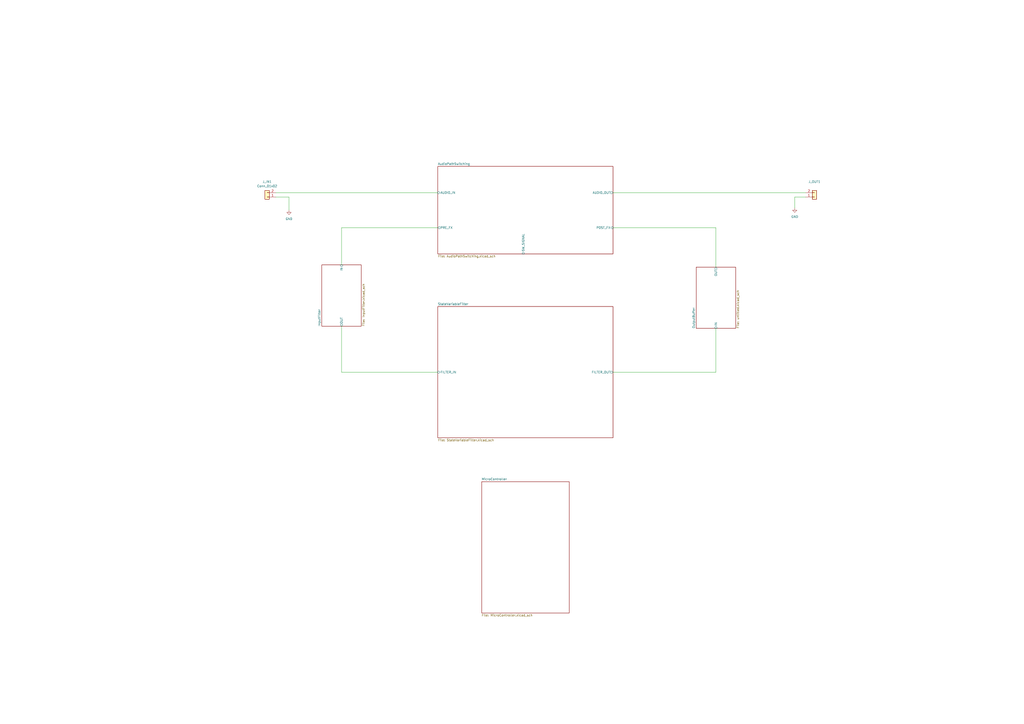
<source format=kicad_sch>
(kicad_sch (version 20211123) (generator eeschema)
  (paper "A2")
  (lib_symbols
    (symbol "Connector_Generic:Conn_01x02" (pin_names (offset 1.016) hide)
      (property "Reference" "J" (at 0 2.54 0))
      (property "Value" "Conn_01x02" (at 0 -5.08 0))
      (symbol "Conn_01x02_1_1"
        (rectangle (start -1.27 -2.413) (end 0 -2.667) (stroke (width 0.1524)))
        (rectangle (start -1.27 0.127) (end 0 -0.127) (stroke (width 0.1524)))
        (rectangle (start -1.27 1.27) (end 1.27 -3.81) (stroke (width 0.254)) (fill (type background)))
        (pin passive line (at -5.08 0 0) (length 3.81) (name "Pin_1") (number "1"))
        (pin passive line (at -5.08 -2.54 0) (length 3.81) (name "Pin_2") (number "2"))
      )
    )
    (symbol "power:GND" (power) (pin_names (offset 0))
      (property "Value" "GND" (at 0 -3.81 0))
      (symbol "GND_0_1"
        (polyline (pts (xy 0 0) (xy 0 -1.27) (xy 1.27 -1.27) (xy 0 -2.54) (xy -1.27 -1.27) (xy 0 -1.27)))
      )
      (symbol "GND_1_1"
        (pin power_in line (at 0 0 270) (length 0) hide (name "GND") (number "1"))
      )
    )
  )
  (wire (pts (xy 461.01 114.3) (xy 461.01 120.65)))
  (wire (pts (xy 467.36 114.3) (xy 461.01 114.3)))
  (wire (pts (xy 198.12 132.08) (xy 198.12 153.67)))
  (wire (pts (xy 198.12 215.9) (xy 254 215.9)))
  (wire (pts (xy 415.29 190.5) (xy 415.29 215.9)))
  (wire (pts (xy 415.29 154.94) (xy 415.29 132.08)))
  (wire (pts (xy 198.12 132.08) (xy 254 132.08)))
  (wire (pts (xy 167.64 114.3) (xy 167.64 121.92)))
  (wire (pts (xy 198.12 189.23) (xy 198.12 215.9)))
  (wire (pts (xy 355.6 132.08) (xy 415.29 132.08)))
  (wire (pts (xy 355.6 215.9) (xy 415.29 215.9)))
  (wire (pts (xy 160.02 111.76) (xy 254 111.76)))
  (wire (pts (xy 355.6 111.76) (xy 467.36 111.76)))
  (wire (pts (xy 160.02 114.3) (xy 167.64 114.3)))
  (symbol (lib_id "Connector_Generic:Conn_01x02") (at 472.44 114.3 0) (mirror x) (unit 1)
    (property "Reference" "J_OUT1" (at 472.44 105.41 0))
    (property "Value" "Conn_01x02" (effects hide))
    (property "Footprint" "Connector_PinHeader_2.54mm:PinHeader_1x02_P2.54mm_Vertical" (effects hide))
  )
  (symbol (lib_id "power:GND") (at 167.64 121.92 0) (unit 1)
    (property "Reference" "#PWR?" (effects hide))
    (property "Value" "GND" (at 167.64 127 0))
  )
  (symbol (lib_id "power:GND") (at 461.01 120.65 0) (unit 1)
    (property "Reference" "#PWR?" (effects hide))
    (property "Value" "GND" (at 461.01 125.73 0))
  )
  (symbol (lib_id "Connector_Generic:Conn_01x02") (at 154.94 114.3 180) (unit 1)
    (property "Reference" "J_IN1" (at 154.94 105.41 0))
    (property "Value" "Conn_01x02" (at 154.94 107.95 0))
    (property "Footprint" "Connector_PinHeader_2.54mm:PinHeader_1x02_P2.54mm_Vertical" (effects hide))
  )
  (sheet (at 254 177.8) (size 101.6 76.2) (stroke (width 0.1524))
    (property "Sheet name" "StateVariableFilter" (at 254 177.0884 0) (effects (justify left bottom)))
    (property "Sheet file" "StateVariableFilter.kicad_sch" (at 254 254.5846 0) (effects (justify left top)))
    (pin "FILTER_OUT" output (at 355.6 215.9 0))
    (pin "FILTER_IN" input (at 254 215.9 180))
  )
  (sheet (at 403.86 154.94) (size 22.86 35.56) (stroke (width 0.1524))
    (property "Sheet name" "OutputBuffer" (at 403.1484 190.5 90) (effects (justify left bottom)))
    (property "Sheet file" "untitled.kicad_sch" (at 427.3046 190.5 90) (effects (justify left top)))
    (pin "OUT" output (at 415.29 154.94 90))
    (pin "IN" input (at 415.29 190.5 270))
  )
  (sheet (at 254 96.52) (size 101.6 50.8) (stroke (width 0.1524))
    (property "Sheet name" "AudioPathSwitching" (at 254 95.8084 0) (effects (justify left bottom)))
    (property "Sheet file" "AudioPathSwitching.kicad_sch" (at 254 147.9046 0) (effects (justify left top)))
    (pin "AUDIO_OUT" output (at 355.6 111.76 0))
    (pin "SW_SIGNAL" input (at 303.53 147.32 270))
    (pin "AUDIO_IN" input (at 254 111.76 180))
    (pin "PRE_FX" output (at 254 132.08 180))
    (pin "POST_FX" input (at 355.6 132.08 0))
  )
  (sheet (at 279.4 279.4) (size 50.8 76.2) (stroke (width 0.1524))
    (property "Sheet name" "MicroController" (at 279.4 278.6884 0) (effects (justify left bottom)))
    (property "Sheet file" " MicroController.kicad_sch" (at 279.4 356.1846 0) (effects (justify left top)))
  )
  (sheet (at 186.69 153.67) (size 22.86 35.56) (stroke (width 0.1524))
    (property "Sheet name" "InputFilter" (at 185.9784 189.23 90) (effects (justify left bottom)))
    (property "Sheet file" "InputFilter.kicad_sch" (at 210.1346 189.23 90) (effects (justify left top)))
    (pin "IN" input (at 198.12 153.67 90))
    (pin "OUT" output (at 198.12 189.23 270))
  )
)
</source>
